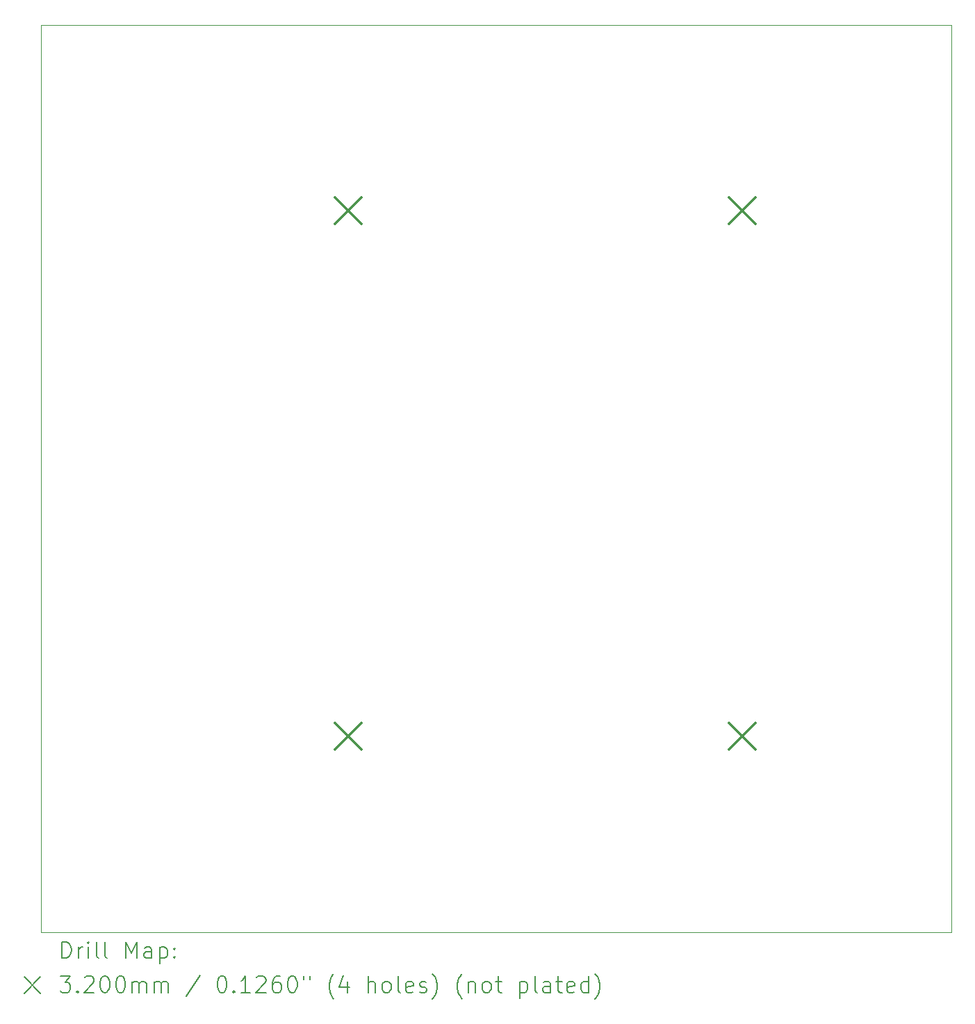
<source format=gbr>
%TF.GenerationSoftware,KiCad,Pcbnew,8.0.3*%
%TF.CreationDate,2025-06-05T13:09:15-07:00*%
%TF.ProjectId,Power_ManagementV2,506f7765-725f-44d6-916e-6167656d656e,rev?*%
%TF.SameCoordinates,Original*%
%TF.FileFunction,Drillmap*%
%TF.FilePolarity,Positive*%
%FSLAX45Y45*%
G04 Gerber Fmt 4.5, Leading zero omitted, Abs format (unit mm)*
G04 Created by KiCad (PCBNEW 8.0.3) date 2025-06-05 13:09:15*
%MOMM*%
%LPD*%
G01*
G04 APERTURE LIST*
%ADD10C,0.100000*%
%ADD11C,0.200000*%
%ADD12C,0.320000*%
G04 APERTURE END LIST*
D10*
X15392400Y-5034280D02*
X26487120Y-5034280D01*
X26487120Y-16084280D01*
X15392400Y-16084280D01*
X15392400Y-5034280D01*
D11*
D12*
X18975000Y-7140000D02*
X19295000Y-7460000D01*
X19295000Y-7140000D02*
X18975000Y-7460000D01*
X18975000Y-13540000D02*
X19295000Y-13860000D01*
X19295000Y-13540000D02*
X18975000Y-13860000D01*
X23775000Y-7140000D02*
X24095000Y-7460000D01*
X24095000Y-7140000D02*
X23775000Y-7460000D01*
X23775000Y-13540000D02*
X24095000Y-13860000D01*
X24095000Y-13540000D02*
X23775000Y-13860000D01*
D11*
X15648177Y-16400764D02*
X15648177Y-16200764D01*
X15648177Y-16200764D02*
X15695796Y-16200764D01*
X15695796Y-16200764D02*
X15724367Y-16210288D01*
X15724367Y-16210288D02*
X15743415Y-16229335D01*
X15743415Y-16229335D02*
X15752939Y-16248383D01*
X15752939Y-16248383D02*
X15762462Y-16286478D01*
X15762462Y-16286478D02*
X15762462Y-16315049D01*
X15762462Y-16315049D02*
X15752939Y-16353145D01*
X15752939Y-16353145D02*
X15743415Y-16372192D01*
X15743415Y-16372192D02*
X15724367Y-16391240D01*
X15724367Y-16391240D02*
X15695796Y-16400764D01*
X15695796Y-16400764D02*
X15648177Y-16400764D01*
X15848177Y-16400764D02*
X15848177Y-16267430D01*
X15848177Y-16305526D02*
X15857701Y-16286478D01*
X15857701Y-16286478D02*
X15867224Y-16276954D01*
X15867224Y-16276954D02*
X15886272Y-16267430D01*
X15886272Y-16267430D02*
X15905320Y-16267430D01*
X15971986Y-16400764D02*
X15971986Y-16267430D01*
X15971986Y-16200764D02*
X15962462Y-16210288D01*
X15962462Y-16210288D02*
X15971986Y-16219811D01*
X15971986Y-16219811D02*
X15981510Y-16210288D01*
X15981510Y-16210288D02*
X15971986Y-16200764D01*
X15971986Y-16200764D02*
X15971986Y-16219811D01*
X16095796Y-16400764D02*
X16076748Y-16391240D01*
X16076748Y-16391240D02*
X16067224Y-16372192D01*
X16067224Y-16372192D02*
X16067224Y-16200764D01*
X16200558Y-16400764D02*
X16181510Y-16391240D01*
X16181510Y-16391240D02*
X16171986Y-16372192D01*
X16171986Y-16372192D02*
X16171986Y-16200764D01*
X16429129Y-16400764D02*
X16429129Y-16200764D01*
X16429129Y-16200764D02*
X16495796Y-16343621D01*
X16495796Y-16343621D02*
X16562462Y-16200764D01*
X16562462Y-16200764D02*
X16562462Y-16400764D01*
X16743415Y-16400764D02*
X16743415Y-16296002D01*
X16743415Y-16296002D02*
X16733891Y-16276954D01*
X16733891Y-16276954D02*
X16714843Y-16267430D01*
X16714843Y-16267430D02*
X16676748Y-16267430D01*
X16676748Y-16267430D02*
X16657701Y-16276954D01*
X16743415Y-16391240D02*
X16724367Y-16400764D01*
X16724367Y-16400764D02*
X16676748Y-16400764D01*
X16676748Y-16400764D02*
X16657701Y-16391240D01*
X16657701Y-16391240D02*
X16648177Y-16372192D01*
X16648177Y-16372192D02*
X16648177Y-16353145D01*
X16648177Y-16353145D02*
X16657701Y-16334097D01*
X16657701Y-16334097D02*
X16676748Y-16324573D01*
X16676748Y-16324573D02*
X16724367Y-16324573D01*
X16724367Y-16324573D02*
X16743415Y-16315049D01*
X16838653Y-16267430D02*
X16838653Y-16467430D01*
X16838653Y-16276954D02*
X16857701Y-16267430D01*
X16857701Y-16267430D02*
X16895796Y-16267430D01*
X16895796Y-16267430D02*
X16914844Y-16276954D01*
X16914844Y-16276954D02*
X16924367Y-16286478D01*
X16924367Y-16286478D02*
X16933891Y-16305526D01*
X16933891Y-16305526D02*
X16933891Y-16362668D01*
X16933891Y-16362668D02*
X16924367Y-16381716D01*
X16924367Y-16381716D02*
X16914844Y-16391240D01*
X16914844Y-16391240D02*
X16895796Y-16400764D01*
X16895796Y-16400764D02*
X16857701Y-16400764D01*
X16857701Y-16400764D02*
X16838653Y-16391240D01*
X17019605Y-16381716D02*
X17029129Y-16391240D01*
X17029129Y-16391240D02*
X17019605Y-16400764D01*
X17019605Y-16400764D02*
X17010082Y-16391240D01*
X17010082Y-16391240D02*
X17019605Y-16381716D01*
X17019605Y-16381716D02*
X17019605Y-16400764D01*
X17019605Y-16276954D02*
X17029129Y-16286478D01*
X17029129Y-16286478D02*
X17019605Y-16296002D01*
X17019605Y-16296002D02*
X17010082Y-16286478D01*
X17010082Y-16286478D02*
X17019605Y-16276954D01*
X17019605Y-16276954D02*
X17019605Y-16296002D01*
X15187400Y-16629280D02*
X15387400Y-16829280D01*
X15387400Y-16629280D02*
X15187400Y-16829280D01*
X15629129Y-16620764D02*
X15752939Y-16620764D01*
X15752939Y-16620764D02*
X15686272Y-16696954D01*
X15686272Y-16696954D02*
X15714843Y-16696954D01*
X15714843Y-16696954D02*
X15733891Y-16706478D01*
X15733891Y-16706478D02*
X15743415Y-16716002D01*
X15743415Y-16716002D02*
X15752939Y-16735049D01*
X15752939Y-16735049D02*
X15752939Y-16782669D01*
X15752939Y-16782669D02*
X15743415Y-16801716D01*
X15743415Y-16801716D02*
X15733891Y-16811240D01*
X15733891Y-16811240D02*
X15714843Y-16820764D01*
X15714843Y-16820764D02*
X15657701Y-16820764D01*
X15657701Y-16820764D02*
X15638653Y-16811240D01*
X15638653Y-16811240D02*
X15629129Y-16801716D01*
X15838653Y-16801716D02*
X15848177Y-16811240D01*
X15848177Y-16811240D02*
X15838653Y-16820764D01*
X15838653Y-16820764D02*
X15829129Y-16811240D01*
X15829129Y-16811240D02*
X15838653Y-16801716D01*
X15838653Y-16801716D02*
X15838653Y-16820764D01*
X15924367Y-16639811D02*
X15933891Y-16630288D01*
X15933891Y-16630288D02*
X15952939Y-16620764D01*
X15952939Y-16620764D02*
X16000558Y-16620764D01*
X16000558Y-16620764D02*
X16019605Y-16630288D01*
X16019605Y-16630288D02*
X16029129Y-16639811D01*
X16029129Y-16639811D02*
X16038653Y-16658859D01*
X16038653Y-16658859D02*
X16038653Y-16677907D01*
X16038653Y-16677907D02*
X16029129Y-16706478D01*
X16029129Y-16706478D02*
X15914843Y-16820764D01*
X15914843Y-16820764D02*
X16038653Y-16820764D01*
X16162462Y-16620764D02*
X16181510Y-16620764D01*
X16181510Y-16620764D02*
X16200558Y-16630288D01*
X16200558Y-16630288D02*
X16210082Y-16639811D01*
X16210082Y-16639811D02*
X16219605Y-16658859D01*
X16219605Y-16658859D02*
X16229129Y-16696954D01*
X16229129Y-16696954D02*
X16229129Y-16744573D01*
X16229129Y-16744573D02*
X16219605Y-16782669D01*
X16219605Y-16782669D02*
X16210082Y-16801716D01*
X16210082Y-16801716D02*
X16200558Y-16811240D01*
X16200558Y-16811240D02*
X16181510Y-16820764D01*
X16181510Y-16820764D02*
X16162462Y-16820764D01*
X16162462Y-16820764D02*
X16143415Y-16811240D01*
X16143415Y-16811240D02*
X16133891Y-16801716D01*
X16133891Y-16801716D02*
X16124367Y-16782669D01*
X16124367Y-16782669D02*
X16114843Y-16744573D01*
X16114843Y-16744573D02*
X16114843Y-16696954D01*
X16114843Y-16696954D02*
X16124367Y-16658859D01*
X16124367Y-16658859D02*
X16133891Y-16639811D01*
X16133891Y-16639811D02*
X16143415Y-16630288D01*
X16143415Y-16630288D02*
X16162462Y-16620764D01*
X16352939Y-16620764D02*
X16371986Y-16620764D01*
X16371986Y-16620764D02*
X16391034Y-16630288D01*
X16391034Y-16630288D02*
X16400558Y-16639811D01*
X16400558Y-16639811D02*
X16410082Y-16658859D01*
X16410082Y-16658859D02*
X16419605Y-16696954D01*
X16419605Y-16696954D02*
X16419605Y-16744573D01*
X16419605Y-16744573D02*
X16410082Y-16782669D01*
X16410082Y-16782669D02*
X16400558Y-16801716D01*
X16400558Y-16801716D02*
X16391034Y-16811240D01*
X16391034Y-16811240D02*
X16371986Y-16820764D01*
X16371986Y-16820764D02*
X16352939Y-16820764D01*
X16352939Y-16820764D02*
X16333891Y-16811240D01*
X16333891Y-16811240D02*
X16324367Y-16801716D01*
X16324367Y-16801716D02*
X16314843Y-16782669D01*
X16314843Y-16782669D02*
X16305320Y-16744573D01*
X16305320Y-16744573D02*
X16305320Y-16696954D01*
X16305320Y-16696954D02*
X16314843Y-16658859D01*
X16314843Y-16658859D02*
X16324367Y-16639811D01*
X16324367Y-16639811D02*
X16333891Y-16630288D01*
X16333891Y-16630288D02*
X16352939Y-16620764D01*
X16505320Y-16820764D02*
X16505320Y-16687430D01*
X16505320Y-16706478D02*
X16514843Y-16696954D01*
X16514843Y-16696954D02*
X16533891Y-16687430D01*
X16533891Y-16687430D02*
X16562463Y-16687430D01*
X16562463Y-16687430D02*
X16581510Y-16696954D01*
X16581510Y-16696954D02*
X16591034Y-16716002D01*
X16591034Y-16716002D02*
X16591034Y-16820764D01*
X16591034Y-16716002D02*
X16600558Y-16696954D01*
X16600558Y-16696954D02*
X16619605Y-16687430D01*
X16619605Y-16687430D02*
X16648177Y-16687430D01*
X16648177Y-16687430D02*
X16667224Y-16696954D01*
X16667224Y-16696954D02*
X16676748Y-16716002D01*
X16676748Y-16716002D02*
X16676748Y-16820764D01*
X16771986Y-16820764D02*
X16771986Y-16687430D01*
X16771986Y-16706478D02*
X16781510Y-16696954D01*
X16781510Y-16696954D02*
X16800558Y-16687430D01*
X16800558Y-16687430D02*
X16829129Y-16687430D01*
X16829129Y-16687430D02*
X16848177Y-16696954D01*
X16848177Y-16696954D02*
X16857701Y-16716002D01*
X16857701Y-16716002D02*
X16857701Y-16820764D01*
X16857701Y-16716002D02*
X16867225Y-16696954D01*
X16867225Y-16696954D02*
X16886272Y-16687430D01*
X16886272Y-16687430D02*
X16914844Y-16687430D01*
X16914844Y-16687430D02*
X16933891Y-16696954D01*
X16933891Y-16696954D02*
X16943415Y-16716002D01*
X16943415Y-16716002D02*
X16943415Y-16820764D01*
X17333891Y-16611240D02*
X17162463Y-16868383D01*
X17591034Y-16620764D02*
X17610082Y-16620764D01*
X17610082Y-16620764D02*
X17629129Y-16630288D01*
X17629129Y-16630288D02*
X17638653Y-16639811D01*
X17638653Y-16639811D02*
X17648177Y-16658859D01*
X17648177Y-16658859D02*
X17657701Y-16696954D01*
X17657701Y-16696954D02*
X17657701Y-16744573D01*
X17657701Y-16744573D02*
X17648177Y-16782669D01*
X17648177Y-16782669D02*
X17638653Y-16801716D01*
X17638653Y-16801716D02*
X17629129Y-16811240D01*
X17629129Y-16811240D02*
X17610082Y-16820764D01*
X17610082Y-16820764D02*
X17591034Y-16820764D01*
X17591034Y-16820764D02*
X17571987Y-16811240D01*
X17571987Y-16811240D02*
X17562463Y-16801716D01*
X17562463Y-16801716D02*
X17552939Y-16782669D01*
X17552939Y-16782669D02*
X17543415Y-16744573D01*
X17543415Y-16744573D02*
X17543415Y-16696954D01*
X17543415Y-16696954D02*
X17552939Y-16658859D01*
X17552939Y-16658859D02*
X17562463Y-16639811D01*
X17562463Y-16639811D02*
X17571987Y-16630288D01*
X17571987Y-16630288D02*
X17591034Y-16620764D01*
X17743415Y-16801716D02*
X17752939Y-16811240D01*
X17752939Y-16811240D02*
X17743415Y-16820764D01*
X17743415Y-16820764D02*
X17733891Y-16811240D01*
X17733891Y-16811240D02*
X17743415Y-16801716D01*
X17743415Y-16801716D02*
X17743415Y-16820764D01*
X17943415Y-16820764D02*
X17829129Y-16820764D01*
X17886272Y-16820764D02*
X17886272Y-16620764D01*
X17886272Y-16620764D02*
X17867225Y-16649335D01*
X17867225Y-16649335D02*
X17848177Y-16668383D01*
X17848177Y-16668383D02*
X17829129Y-16677907D01*
X18019606Y-16639811D02*
X18029129Y-16630288D01*
X18029129Y-16630288D02*
X18048177Y-16620764D01*
X18048177Y-16620764D02*
X18095796Y-16620764D01*
X18095796Y-16620764D02*
X18114844Y-16630288D01*
X18114844Y-16630288D02*
X18124368Y-16639811D01*
X18124368Y-16639811D02*
X18133891Y-16658859D01*
X18133891Y-16658859D02*
X18133891Y-16677907D01*
X18133891Y-16677907D02*
X18124368Y-16706478D01*
X18124368Y-16706478D02*
X18010082Y-16820764D01*
X18010082Y-16820764D02*
X18133891Y-16820764D01*
X18305320Y-16620764D02*
X18267225Y-16620764D01*
X18267225Y-16620764D02*
X18248177Y-16630288D01*
X18248177Y-16630288D02*
X18238653Y-16639811D01*
X18238653Y-16639811D02*
X18219606Y-16668383D01*
X18219606Y-16668383D02*
X18210082Y-16706478D01*
X18210082Y-16706478D02*
X18210082Y-16782669D01*
X18210082Y-16782669D02*
X18219606Y-16801716D01*
X18219606Y-16801716D02*
X18229129Y-16811240D01*
X18229129Y-16811240D02*
X18248177Y-16820764D01*
X18248177Y-16820764D02*
X18286272Y-16820764D01*
X18286272Y-16820764D02*
X18305320Y-16811240D01*
X18305320Y-16811240D02*
X18314844Y-16801716D01*
X18314844Y-16801716D02*
X18324368Y-16782669D01*
X18324368Y-16782669D02*
X18324368Y-16735049D01*
X18324368Y-16735049D02*
X18314844Y-16716002D01*
X18314844Y-16716002D02*
X18305320Y-16706478D01*
X18305320Y-16706478D02*
X18286272Y-16696954D01*
X18286272Y-16696954D02*
X18248177Y-16696954D01*
X18248177Y-16696954D02*
X18229129Y-16706478D01*
X18229129Y-16706478D02*
X18219606Y-16716002D01*
X18219606Y-16716002D02*
X18210082Y-16735049D01*
X18448177Y-16620764D02*
X18467225Y-16620764D01*
X18467225Y-16620764D02*
X18486272Y-16630288D01*
X18486272Y-16630288D02*
X18495796Y-16639811D01*
X18495796Y-16639811D02*
X18505320Y-16658859D01*
X18505320Y-16658859D02*
X18514844Y-16696954D01*
X18514844Y-16696954D02*
X18514844Y-16744573D01*
X18514844Y-16744573D02*
X18505320Y-16782669D01*
X18505320Y-16782669D02*
X18495796Y-16801716D01*
X18495796Y-16801716D02*
X18486272Y-16811240D01*
X18486272Y-16811240D02*
X18467225Y-16820764D01*
X18467225Y-16820764D02*
X18448177Y-16820764D01*
X18448177Y-16820764D02*
X18429129Y-16811240D01*
X18429129Y-16811240D02*
X18419606Y-16801716D01*
X18419606Y-16801716D02*
X18410082Y-16782669D01*
X18410082Y-16782669D02*
X18400558Y-16744573D01*
X18400558Y-16744573D02*
X18400558Y-16696954D01*
X18400558Y-16696954D02*
X18410082Y-16658859D01*
X18410082Y-16658859D02*
X18419606Y-16639811D01*
X18419606Y-16639811D02*
X18429129Y-16630288D01*
X18429129Y-16630288D02*
X18448177Y-16620764D01*
X18591034Y-16620764D02*
X18591034Y-16658859D01*
X18667225Y-16620764D02*
X18667225Y-16658859D01*
X18962463Y-16896954D02*
X18952939Y-16887430D01*
X18952939Y-16887430D02*
X18933891Y-16858859D01*
X18933891Y-16858859D02*
X18924368Y-16839811D01*
X18924368Y-16839811D02*
X18914844Y-16811240D01*
X18914844Y-16811240D02*
X18905320Y-16763621D01*
X18905320Y-16763621D02*
X18905320Y-16725526D01*
X18905320Y-16725526D02*
X18914844Y-16677907D01*
X18914844Y-16677907D02*
X18924368Y-16649335D01*
X18924368Y-16649335D02*
X18933891Y-16630288D01*
X18933891Y-16630288D02*
X18952939Y-16601716D01*
X18952939Y-16601716D02*
X18962463Y-16592192D01*
X19124368Y-16687430D02*
X19124368Y-16820764D01*
X19076749Y-16611240D02*
X19029130Y-16754097D01*
X19029130Y-16754097D02*
X19152939Y-16754097D01*
X19381511Y-16820764D02*
X19381511Y-16620764D01*
X19467225Y-16820764D02*
X19467225Y-16716002D01*
X19467225Y-16716002D02*
X19457701Y-16696954D01*
X19457701Y-16696954D02*
X19438653Y-16687430D01*
X19438653Y-16687430D02*
X19410082Y-16687430D01*
X19410082Y-16687430D02*
X19391034Y-16696954D01*
X19391034Y-16696954D02*
X19381511Y-16706478D01*
X19591034Y-16820764D02*
X19571987Y-16811240D01*
X19571987Y-16811240D02*
X19562463Y-16801716D01*
X19562463Y-16801716D02*
X19552939Y-16782669D01*
X19552939Y-16782669D02*
X19552939Y-16725526D01*
X19552939Y-16725526D02*
X19562463Y-16706478D01*
X19562463Y-16706478D02*
X19571987Y-16696954D01*
X19571987Y-16696954D02*
X19591034Y-16687430D01*
X19591034Y-16687430D02*
X19619606Y-16687430D01*
X19619606Y-16687430D02*
X19638653Y-16696954D01*
X19638653Y-16696954D02*
X19648177Y-16706478D01*
X19648177Y-16706478D02*
X19657701Y-16725526D01*
X19657701Y-16725526D02*
X19657701Y-16782669D01*
X19657701Y-16782669D02*
X19648177Y-16801716D01*
X19648177Y-16801716D02*
X19638653Y-16811240D01*
X19638653Y-16811240D02*
X19619606Y-16820764D01*
X19619606Y-16820764D02*
X19591034Y-16820764D01*
X19771987Y-16820764D02*
X19752939Y-16811240D01*
X19752939Y-16811240D02*
X19743415Y-16792192D01*
X19743415Y-16792192D02*
X19743415Y-16620764D01*
X19924368Y-16811240D02*
X19905320Y-16820764D01*
X19905320Y-16820764D02*
X19867225Y-16820764D01*
X19867225Y-16820764D02*
X19848177Y-16811240D01*
X19848177Y-16811240D02*
X19838653Y-16792192D01*
X19838653Y-16792192D02*
X19838653Y-16716002D01*
X19838653Y-16716002D02*
X19848177Y-16696954D01*
X19848177Y-16696954D02*
X19867225Y-16687430D01*
X19867225Y-16687430D02*
X19905320Y-16687430D01*
X19905320Y-16687430D02*
X19924368Y-16696954D01*
X19924368Y-16696954D02*
X19933892Y-16716002D01*
X19933892Y-16716002D02*
X19933892Y-16735049D01*
X19933892Y-16735049D02*
X19838653Y-16754097D01*
X20010082Y-16811240D02*
X20029130Y-16820764D01*
X20029130Y-16820764D02*
X20067225Y-16820764D01*
X20067225Y-16820764D02*
X20086273Y-16811240D01*
X20086273Y-16811240D02*
X20095796Y-16792192D01*
X20095796Y-16792192D02*
X20095796Y-16782669D01*
X20095796Y-16782669D02*
X20086273Y-16763621D01*
X20086273Y-16763621D02*
X20067225Y-16754097D01*
X20067225Y-16754097D02*
X20038653Y-16754097D01*
X20038653Y-16754097D02*
X20019606Y-16744573D01*
X20019606Y-16744573D02*
X20010082Y-16725526D01*
X20010082Y-16725526D02*
X20010082Y-16716002D01*
X20010082Y-16716002D02*
X20019606Y-16696954D01*
X20019606Y-16696954D02*
X20038653Y-16687430D01*
X20038653Y-16687430D02*
X20067225Y-16687430D01*
X20067225Y-16687430D02*
X20086273Y-16696954D01*
X20162463Y-16896954D02*
X20171987Y-16887430D01*
X20171987Y-16887430D02*
X20191034Y-16858859D01*
X20191034Y-16858859D02*
X20200558Y-16839811D01*
X20200558Y-16839811D02*
X20210082Y-16811240D01*
X20210082Y-16811240D02*
X20219606Y-16763621D01*
X20219606Y-16763621D02*
X20219606Y-16725526D01*
X20219606Y-16725526D02*
X20210082Y-16677907D01*
X20210082Y-16677907D02*
X20200558Y-16649335D01*
X20200558Y-16649335D02*
X20191034Y-16630288D01*
X20191034Y-16630288D02*
X20171987Y-16601716D01*
X20171987Y-16601716D02*
X20162463Y-16592192D01*
X20524368Y-16896954D02*
X20514844Y-16887430D01*
X20514844Y-16887430D02*
X20495796Y-16858859D01*
X20495796Y-16858859D02*
X20486273Y-16839811D01*
X20486273Y-16839811D02*
X20476749Y-16811240D01*
X20476749Y-16811240D02*
X20467225Y-16763621D01*
X20467225Y-16763621D02*
X20467225Y-16725526D01*
X20467225Y-16725526D02*
X20476749Y-16677907D01*
X20476749Y-16677907D02*
X20486273Y-16649335D01*
X20486273Y-16649335D02*
X20495796Y-16630288D01*
X20495796Y-16630288D02*
X20514844Y-16601716D01*
X20514844Y-16601716D02*
X20524368Y-16592192D01*
X20600558Y-16687430D02*
X20600558Y-16820764D01*
X20600558Y-16706478D02*
X20610082Y-16696954D01*
X20610082Y-16696954D02*
X20629130Y-16687430D01*
X20629130Y-16687430D02*
X20657701Y-16687430D01*
X20657701Y-16687430D02*
X20676749Y-16696954D01*
X20676749Y-16696954D02*
X20686273Y-16716002D01*
X20686273Y-16716002D02*
X20686273Y-16820764D01*
X20810082Y-16820764D02*
X20791034Y-16811240D01*
X20791034Y-16811240D02*
X20781511Y-16801716D01*
X20781511Y-16801716D02*
X20771987Y-16782669D01*
X20771987Y-16782669D02*
X20771987Y-16725526D01*
X20771987Y-16725526D02*
X20781511Y-16706478D01*
X20781511Y-16706478D02*
X20791034Y-16696954D01*
X20791034Y-16696954D02*
X20810082Y-16687430D01*
X20810082Y-16687430D02*
X20838654Y-16687430D01*
X20838654Y-16687430D02*
X20857701Y-16696954D01*
X20857701Y-16696954D02*
X20867225Y-16706478D01*
X20867225Y-16706478D02*
X20876749Y-16725526D01*
X20876749Y-16725526D02*
X20876749Y-16782669D01*
X20876749Y-16782669D02*
X20867225Y-16801716D01*
X20867225Y-16801716D02*
X20857701Y-16811240D01*
X20857701Y-16811240D02*
X20838654Y-16820764D01*
X20838654Y-16820764D02*
X20810082Y-16820764D01*
X20933892Y-16687430D02*
X21010082Y-16687430D01*
X20962463Y-16620764D02*
X20962463Y-16792192D01*
X20962463Y-16792192D02*
X20971987Y-16811240D01*
X20971987Y-16811240D02*
X20991034Y-16820764D01*
X20991034Y-16820764D02*
X21010082Y-16820764D01*
X21229130Y-16687430D02*
X21229130Y-16887430D01*
X21229130Y-16696954D02*
X21248177Y-16687430D01*
X21248177Y-16687430D02*
X21286273Y-16687430D01*
X21286273Y-16687430D02*
X21305320Y-16696954D01*
X21305320Y-16696954D02*
X21314844Y-16706478D01*
X21314844Y-16706478D02*
X21324368Y-16725526D01*
X21324368Y-16725526D02*
X21324368Y-16782669D01*
X21324368Y-16782669D02*
X21314844Y-16801716D01*
X21314844Y-16801716D02*
X21305320Y-16811240D01*
X21305320Y-16811240D02*
X21286273Y-16820764D01*
X21286273Y-16820764D02*
X21248177Y-16820764D01*
X21248177Y-16820764D02*
X21229130Y-16811240D01*
X21438654Y-16820764D02*
X21419606Y-16811240D01*
X21419606Y-16811240D02*
X21410082Y-16792192D01*
X21410082Y-16792192D02*
X21410082Y-16620764D01*
X21600558Y-16820764D02*
X21600558Y-16716002D01*
X21600558Y-16716002D02*
X21591035Y-16696954D01*
X21591035Y-16696954D02*
X21571987Y-16687430D01*
X21571987Y-16687430D02*
X21533892Y-16687430D01*
X21533892Y-16687430D02*
X21514844Y-16696954D01*
X21600558Y-16811240D02*
X21581511Y-16820764D01*
X21581511Y-16820764D02*
X21533892Y-16820764D01*
X21533892Y-16820764D02*
X21514844Y-16811240D01*
X21514844Y-16811240D02*
X21505320Y-16792192D01*
X21505320Y-16792192D02*
X21505320Y-16773145D01*
X21505320Y-16773145D02*
X21514844Y-16754097D01*
X21514844Y-16754097D02*
X21533892Y-16744573D01*
X21533892Y-16744573D02*
X21581511Y-16744573D01*
X21581511Y-16744573D02*
X21600558Y-16735049D01*
X21667225Y-16687430D02*
X21743415Y-16687430D01*
X21695796Y-16620764D02*
X21695796Y-16792192D01*
X21695796Y-16792192D02*
X21705320Y-16811240D01*
X21705320Y-16811240D02*
X21724368Y-16820764D01*
X21724368Y-16820764D02*
X21743415Y-16820764D01*
X21886273Y-16811240D02*
X21867225Y-16820764D01*
X21867225Y-16820764D02*
X21829130Y-16820764D01*
X21829130Y-16820764D02*
X21810082Y-16811240D01*
X21810082Y-16811240D02*
X21800558Y-16792192D01*
X21800558Y-16792192D02*
X21800558Y-16716002D01*
X21800558Y-16716002D02*
X21810082Y-16696954D01*
X21810082Y-16696954D02*
X21829130Y-16687430D01*
X21829130Y-16687430D02*
X21867225Y-16687430D01*
X21867225Y-16687430D02*
X21886273Y-16696954D01*
X21886273Y-16696954D02*
X21895796Y-16716002D01*
X21895796Y-16716002D02*
X21895796Y-16735049D01*
X21895796Y-16735049D02*
X21800558Y-16754097D01*
X22067225Y-16820764D02*
X22067225Y-16620764D01*
X22067225Y-16811240D02*
X22048177Y-16820764D01*
X22048177Y-16820764D02*
X22010082Y-16820764D01*
X22010082Y-16820764D02*
X21991035Y-16811240D01*
X21991035Y-16811240D02*
X21981511Y-16801716D01*
X21981511Y-16801716D02*
X21971987Y-16782669D01*
X21971987Y-16782669D02*
X21971987Y-16725526D01*
X21971987Y-16725526D02*
X21981511Y-16706478D01*
X21981511Y-16706478D02*
X21991035Y-16696954D01*
X21991035Y-16696954D02*
X22010082Y-16687430D01*
X22010082Y-16687430D02*
X22048177Y-16687430D01*
X22048177Y-16687430D02*
X22067225Y-16696954D01*
X22143416Y-16896954D02*
X22152939Y-16887430D01*
X22152939Y-16887430D02*
X22171987Y-16858859D01*
X22171987Y-16858859D02*
X22181511Y-16839811D01*
X22181511Y-16839811D02*
X22191035Y-16811240D01*
X22191035Y-16811240D02*
X22200558Y-16763621D01*
X22200558Y-16763621D02*
X22200558Y-16725526D01*
X22200558Y-16725526D02*
X22191035Y-16677907D01*
X22191035Y-16677907D02*
X22181511Y-16649335D01*
X22181511Y-16649335D02*
X22171987Y-16630288D01*
X22171987Y-16630288D02*
X22152939Y-16601716D01*
X22152939Y-16601716D02*
X22143416Y-16592192D01*
M02*

</source>
